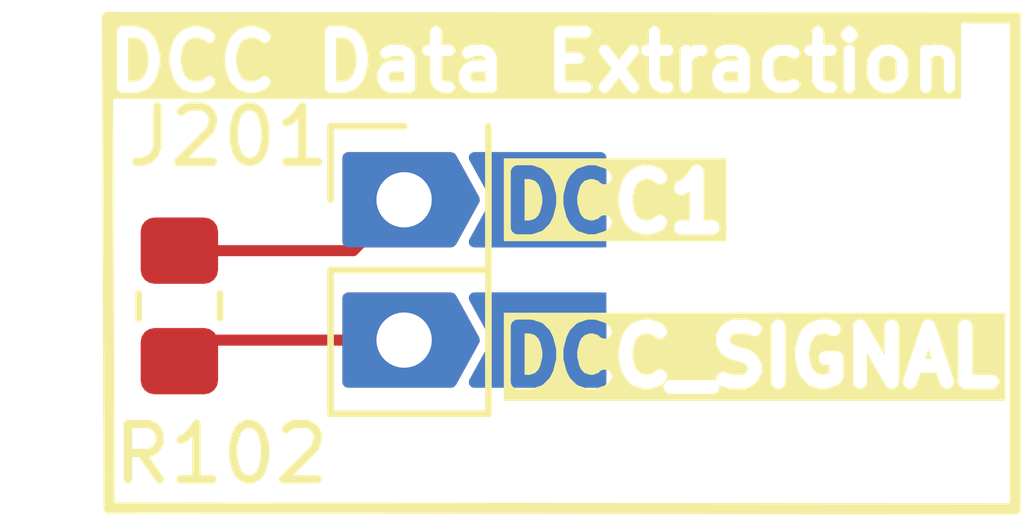
<source format=kicad_pcb>
(kicad_pcb (version 20240108) (generator "pcbnew") (generator_version "8.0")
  (layers (0 "F.Cu" signal) (31 "B.Cu" signal) (34 "B.Paste" user) (35 "F.Paste" user) (36 "B.SilkS" user "B.Silkscreen") (37 "F.SilkS" user "F.Silkscreen") (38 "B.Mask" user) (39 "F.Mask" user) (44 "Edge.Cuts" user))
  (net 0 "")
  (net 1 "/DCC1")
  (net 2 "/J_DCC_MM_SIGNAL")
  (net 3 "/DCC_MM_SIGNAL")
  (net 4 "/J_DCC1")
  (footprint "Resistor_SMD:R_0805_2012Metric_Pad1.20x1.40mm_HandSolder" (layer "F.Cu") (at 128.27 92.853 -90)
    (property "Reference" "R102" (at 2.683 -0.762 180) (layer "F.SilkS"))
    (property "Value" "22k")
    (fp_line (start -0.227064 0.735) (end 0.227064 0.735) (stroke (width 0.12)) (layer "F.SilkS"))
    (fp_line (start -0.227064 -0.735) (end 0.227064 -0.735) (stroke (width 0.12)) (layer "F.SilkS"))
    (pad "1" smd roundrect (at -1 0 270) (size 1.2 1.4) (layers "F.Cu" "F.Paste" "F.Mask") (roundrect_rratio 0.208333) (net 4 "/J_DCC1"))
    (pad "2" smd roundrect (at 1 0 270) (size 1.2 1.4) (layers "F.Cu" "F.Paste" "F.Mask") (roundrect_rratio 0.208333) (net 2 "/J_DCC_MM_SIGNAL"))
  )
  (footprint "xDuinoRail:PinHeaderJP_1x02_P2.54mm_Vertical" (layer "F.Cu") (at 132.334 90.932)
    (property "Reference" "J201" (at -3.175 -1.143 0) (layer "F.SilkS"))
    (property "Value" "Conn_02x02_Odd_Even")
    (fp_poly (pts (xy 1.27 -0.762) (xy 1.689999 0) (xy 1.27 0.762) (xy 3.556 0.762) (xy 3.556 -0.762)) (stroke (width 0.2)) (fill solid) (layer "B.Cu"))
    (fp_poly (pts (xy 1.27 1.777999) (xy 1.69 2.54) (xy 1.27 3.302) (xy 3.556 3.302) (xy 3.556 1.778)) (stroke (width 0.2)) (fill solid) (layer "B.Cu"))
    (fp_line (start -1.33 -1.33) (end 0 -1.33) (stroke (width 0.12)) (layer "F.SilkS"))
    (fp_line (start -1.33 0) (end -1.33 -1.33) (stroke (width 0.12)) (layer "F.SilkS"))
    (fp_line (start -1.33 1.270001) (end -1.33 3.87) (stroke (width 0.12)) (layer "F.SilkS"))
    (fp_line (start -1.33 1.270001) (end 1.524 1.27) (stroke (width 0.12)) (layer "F.SilkS"))
    (fp_line (start -1.33 3.87) (end 1.524 3.87) (stroke (width 0.12)) (layer "F.SilkS"))
    (fp_line (start 1.524 -1.33) (end 1.524 3.87) (stroke (width 0.12)) (layer "F.SilkS"))
    (pad "1" thru_hole custom (at 0 0) (size 1.7 1.7) (drill 1) (layers "*.Cu" "*.Mask") (net 4 "/J_DCC1") (options (clearance outline) (anchor rect)) (primitives (gr_poly (pts (xy -1.016 -0.762) (xy -1.016 0.762) (xy 0.85 0.762) (xy 1.27 0) (xy 0.85 -0.762)) (width 0.2) (fill yes))))
    (pad "2" smd custom (at 2.54 0) (size 1.7 1.7) (layers "B.Cu" "B.Paste" "B.Mask") (net 1 "/DCC1") (options (clearance outline) (anchor circle)) (primitives (gr_poly (pts (xy 0.85 0) (xy 0.831425 -0.176725) (xy 0.776514 -0.345726) (xy 0.687664 -0.499617) (xy 0.568761 -0.631673) (xy 0.425 -0.736122) (xy 0.262664 -0.808398) (xy 0.088849 -0.845344) (xy -0.088849 -0.845344) (xy -0.262664 -0.808398) (xy -0.425 -0.736122) (xy -0.568761 -0.631673) (xy -0.687664 -0.499617) (xy -0.776514 -0.345726) (xy -0.831425 -0.176725) (xy -0.85 0) (xy -0.831425 0.176725) (xy -0.776514 0.345726) (xy -0.687664 0.499617) (xy -0.568761 0.631673) (xy -0.425 0.736122) (xy -0.262664 0.808398) (xy -0.088849 0.845344) (xy 0.088849 0.845344) (xy 0.262664 0.808398) (xy 0.425 0.736122) (xy 0.568761 0.631673) (xy 0.687664 0.499617) (xy 0.776514 0.345726) (xy 0.831425 0.176725) (xy 0.85 0)) (width 0) (fill yes)) (gr_poly (pts (xy -1.27 -0.762) (xy -0.85 0) (xy -1.27 0.762) (xy 1.016 0.762) (xy 1.016 -0.762)) (width 0.2) (fill yes))))
    (pad "3" thru_hole custom (at 0 2.54) (size 1.7 1.7) (drill 1) (layers "*.Cu" "*.Mask") (net 2 "/J_DCC_MM_SIGNAL") (options (clearance outline) (anchor circle)) (primitives (gr_poly (pts (xy 0.85 0) (xy 0.831425 -0.176725) (xy 0.776514 -0.345726) (xy 0.687664 -0.499617) (xy 0.568761 -0.631673) (xy 0.425 -0.736122) (xy 0.262664 -0.808398) (xy 0.088849 -0.845344) (xy -0.088849 -0.845344) (xy -0.262664 -0.808398) (xy -0.425 -0.736122) (xy -0.568761 -0.631673) (xy -0.687664 -0.499617) (xy -0.776514 -0.345726) (xy -0.831425 -0.176725) (xy -0.85 0) (xy -0.831425 0.176725) (xy -0.776514 0.345726) (xy -0.687664 0.499617) (xy -0.568761 0.631673) (xy -0.425 0.736122) (xy -0.262664 0.808398) (xy -0.088849 0.845344) (xy 0.088849 0.845344) (xy 0.262664 0.808398) (xy 0.425 0.736122) (xy 0.568761 0.631673) (xy 0.687664 0.499617) (xy 0.776514 0.345726) (xy 0.831425 0.176725) (xy 0.85 0)) (width 0) (fill yes)) (gr_poly (pts (xy -1.016 -0.762) (xy -1.016 0.762) (xy 0.85 0.762) (xy 1.27 0) (xy 0.85 -0.762)) (width 0.2) (fill yes))))
    (pad "4" smd custom (at 2.54 2.54) (size 1.7 1.7) (layers "B.Cu" "B.Paste" "B.Mask") (net 3 "/DCC_MM_SIGNAL") (options (clearance outline) (anchor circle)) (primitives (gr_poly (pts (xy 0.85 0) (xy 0.831425 -0.176725) (xy 0.776514 -0.345726) (xy 0.687664 -0.499617) (xy 0.568761 -0.631673) (xy 0.425 -0.736122) (xy 0.262664 -0.808398) (xy 0.088849 -0.845344) (xy -0.088849 -0.845344) (xy -0.262664 -0.808398) (xy -0.425 -0.736122) (xy -0.568761 -0.631673) (xy -0.687664 -0.499617) (xy -0.776514 -0.345726) (xy -0.831425 -0.176725) (xy -0.85 0) (xy -0.831425 0.176725) (xy -0.776514 0.345726) (xy -0.687664 0.499617) (xy -0.568761 0.631673) (xy -0.425 0.736122) (xy -0.262664 0.808398) (xy -0.088849 0.845344) (xy 0.088849 0.845344) (xy 0.262664 0.808398) (xy 0.425 0.736122) (xy 0.568761 0.631673) (xy 0.687664 0.499617) (xy 0.776514 0.345726) (xy 0.831425 0.176725) (xy 0.85 0)) (width 0) (fill yes)) (gr_poly (pts (xy -1.27 -0.762) (xy -0.85 0) (xy -1.27 0.762) (xy 1.016 0.762) (xy 1.016 -0.762)) (width 0.2) (fill yes))))
  )
  (gr_poly (pts (xy 126.967951 87.630001) (xy 143.383 87.640225) (xy 143.383 96.526244) (xy 127 96.509003)) (stroke (width 0.2)) (fill none) (layer "F.SilkS"))
  (gr_text "DCC Data Extraction" (at 126.873 89.027 0) (layer "F.SilkS" knockout) (effects (font (size 1 1) (thickness 0.2) (bold yes)) (justify left bottom)))
  (gr_text "DCC1" (at 133.985 91.567 0) (layer "F.SilkS" knockout) (effects (font (size 1 1) (thickness 0.25) (bold yes)) (justify left bottom)))
  (gr_text "DCC_SIGNAL" (at 133.985 94.361 0) (layer "F.SilkS" knockout) (effects (font (size 1 1) (thickness 0.25) (bold yes)) (justify left bottom)))
  (segment (start 128.651 93.472) (end 132.334 93.472) (width 0.2) (layer "F.Cu") (net 2))
  (segment (start 128.27 93.853) (end 128.651 93.472) (width 0.2) (layer "F.Cu") (net 2))
  (segment (start 128.27 91.853) (end 131.413 91.853) (width 0.2) (layer "F.Cu") (net 4))
  (segment (start 131.413 91.853) (end 132.334 90.932) (width 0.2) (layer "F.Cu") (net 4))
)
</source>
